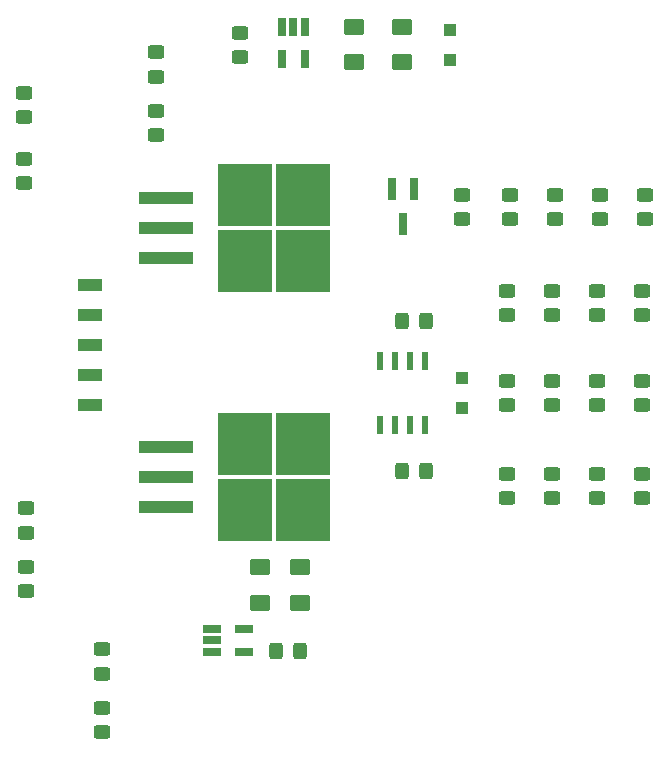
<source format=gbp>
G04 #@! TF.GenerationSoftware,KiCad,Pcbnew,6.0.0*
G04 #@! TF.CreationDate,2022-02-03T15:38:48-05:00*
G04 #@! TF.ProjectId,remote_arming,72656d6f-7465-45f6-9172-6d696e672e6b,rev?*
G04 #@! TF.SameCoordinates,Original*
G04 #@! TF.FileFunction,Paste,Bot*
G04 #@! TF.FilePolarity,Positive*
%FSLAX46Y46*%
G04 Gerber Fmt 4.6, Leading zero omitted, Abs format (unit mm)*
G04 Created by KiCad (PCBNEW 6.0.0) date 2022-02-03 15:38:48*
%MOMM*%
%LPD*%
G01*
G04 APERTURE LIST*
G04 Aperture macros list*
%AMRoundRect*
0 Rectangle with rounded corners*
0 $1 Rounding radius*
0 $2 $3 $4 $5 $6 $7 $8 $9 X,Y pos of 4 corners*
0 Add a 4 corners polygon primitive as box body*
4,1,4,$2,$3,$4,$5,$6,$7,$8,$9,$2,$3,0*
0 Add four circle primitives for the rounded corners*
1,1,$1+$1,$2,$3*
1,1,$1+$1,$4,$5*
1,1,$1+$1,$6,$7*
1,1,$1+$1,$8,$9*
0 Add four rect primitives between the rounded corners*
20,1,$1+$1,$2,$3,$4,$5,0*
20,1,$1+$1,$4,$5,$6,$7,0*
20,1,$1+$1,$6,$7,$8,$9,0*
20,1,$1+$1,$8,$9,$2,$3,0*%
G04 Aperture macros list end*
%ADD10RoundRect,0.250000X-0.450000X0.325000X-0.450000X-0.325000X0.450000X-0.325000X0.450000X0.325000X0*%
%ADD11R,0.650000X1.560000*%
%ADD12RoundRect,0.250000X0.450000X-0.325000X0.450000X0.325000X-0.450000X0.325000X-0.450000X-0.325000X0*%
%ADD13RoundRect,0.250001X0.624999X-0.462499X0.624999X0.462499X-0.624999X0.462499X-0.624999X-0.462499X0*%
%ADD14R,1.000000X1.000000*%
%ADD15R,4.550000X5.250000*%
%ADD16R,4.600000X1.100000*%
%ADD17R,0.600000X1.550000*%
%ADD18RoundRect,0.250000X0.325000X0.450000X-0.325000X0.450000X-0.325000X-0.450000X0.325000X-0.450000X0*%
%ADD19R,0.800000X1.900000*%
%ADD20R,1.560000X0.650000*%
%ADD21R,2.000000X1.000000*%
G04 APERTURE END LIST*
D10*
X202692000Y-64516000D03*
X202692000Y-66566000D03*
D11*
X206248000Y-64008000D03*
X207198000Y-64008000D03*
X208148000Y-64008000D03*
X208148000Y-66708000D03*
X206248000Y-66708000D03*
D10*
X184404000Y-75184000D03*
X184404000Y-77234000D03*
X184531000Y-109728000D03*
X184531000Y-111778000D03*
D12*
X225298000Y-103886000D03*
X225298000Y-101836000D03*
D10*
X236728000Y-101836000D03*
X236728000Y-103886000D03*
X236728000Y-86378000D03*
X236728000Y-88428000D03*
D12*
X236728000Y-96048000D03*
X236728000Y-93998000D03*
D10*
X232918000Y-93998000D03*
X232918000Y-96048000D03*
X232918000Y-86378000D03*
X232918000Y-88428000D03*
X225298000Y-93998000D03*
X225298000Y-96048000D03*
X229108000Y-93998000D03*
X229108000Y-96048000D03*
D12*
X225298000Y-88401000D03*
X225298000Y-86351000D03*
D10*
X229108000Y-101836000D03*
X229108000Y-103886000D03*
D13*
X216408000Y-66983000D03*
X216408000Y-64008000D03*
D14*
X221488000Y-96246000D03*
X221488000Y-93746000D03*
X220472000Y-64282000D03*
X220472000Y-66782000D03*
D13*
X212344000Y-66983000D03*
X212344000Y-64008000D03*
D15*
X203134000Y-83801000D03*
X207984000Y-78251000D03*
X203134000Y-78251000D03*
X207984000Y-83801000D03*
D16*
X196409000Y-81026000D03*
X196409000Y-83566000D03*
X196409000Y-78486000D03*
D17*
X218313000Y-97696000D03*
X217043000Y-97696000D03*
X215773000Y-97696000D03*
X214503000Y-97696000D03*
X214503000Y-92296000D03*
X215773000Y-92296000D03*
X217043000Y-92296000D03*
X218313000Y-92296000D03*
D12*
X229108000Y-88401000D03*
X229108000Y-86351000D03*
D18*
X218440000Y-101600000D03*
X216390000Y-101600000D03*
X218440000Y-88900000D03*
X216390000Y-88900000D03*
D10*
X184404000Y-69596000D03*
X184404000Y-71646000D03*
X221488000Y-78232000D03*
X221488000Y-80282000D03*
X236982000Y-78214000D03*
X236982000Y-80264000D03*
X225552000Y-78214000D03*
X225552000Y-80264000D03*
X233172000Y-78214000D03*
X233172000Y-80264000D03*
X229362000Y-78214000D03*
X229362000Y-80264000D03*
D19*
X215524000Y-77724000D03*
X217424000Y-77724000D03*
X216474000Y-80724000D03*
D10*
X232918000Y-101836000D03*
X232918000Y-103886000D03*
D15*
X203134000Y-104883000D03*
X203134000Y-99333000D03*
X207984000Y-104883000D03*
X207984000Y-99333000D03*
D16*
X196409000Y-102108000D03*
X196409000Y-99568000D03*
X196409000Y-104648000D03*
D18*
X207781000Y-116840000D03*
X205731000Y-116840000D03*
D12*
X195580000Y-68208000D03*
X195580000Y-66158000D03*
D10*
X191008000Y-121666000D03*
X191008000Y-123716000D03*
X195580000Y-71111000D03*
X195580000Y-73161000D03*
D12*
X191008000Y-118754000D03*
X191008000Y-116704000D03*
D13*
X207772000Y-112739500D03*
X207772000Y-109764500D03*
D20*
X200326000Y-116901000D03*
X200326000Y-115951000D03*
X200326000Y-115001000D03*
X203026000Y-115001000D03*
X203026000Y-116901000D03*
D13*
X204343000Y-112739500D03*
X204343000Y-109764500D03*
D10*
X184531000Y-104766000D03*
X184531000Y-106816000D03*
D21*
X189992000Y-85852000D03*
X189992000Y-88392000D03*
X189992000Y-90932000D03*
X189992000Y-93472000D03*
X189992000Y-96012000D03*
M02*

</source>
